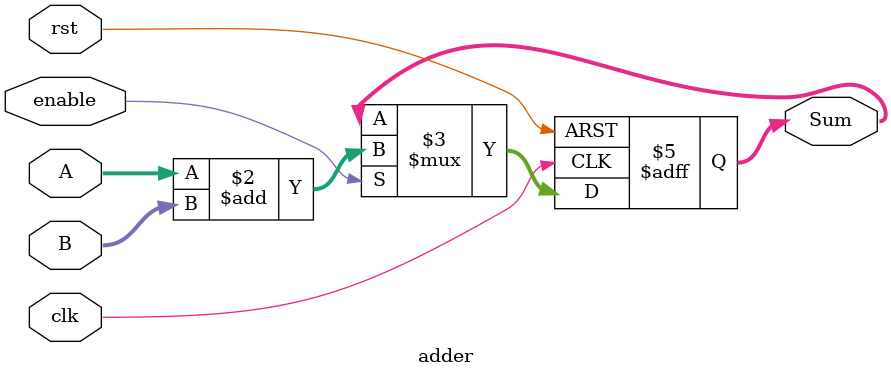
<source format=v>
module adder (
    output reg [4:0] Sum,
    input [3:0] A,
    input [3:0] B,
    input enable,
    input clk,
    input rst);

    always @(posedge clk, posedge rst) begin
        if (rst) begin
            Sum <= 0;
        end 
        else if(enable) begin
            Sum <= A + B;
        end
    end
endmodule
</source>
